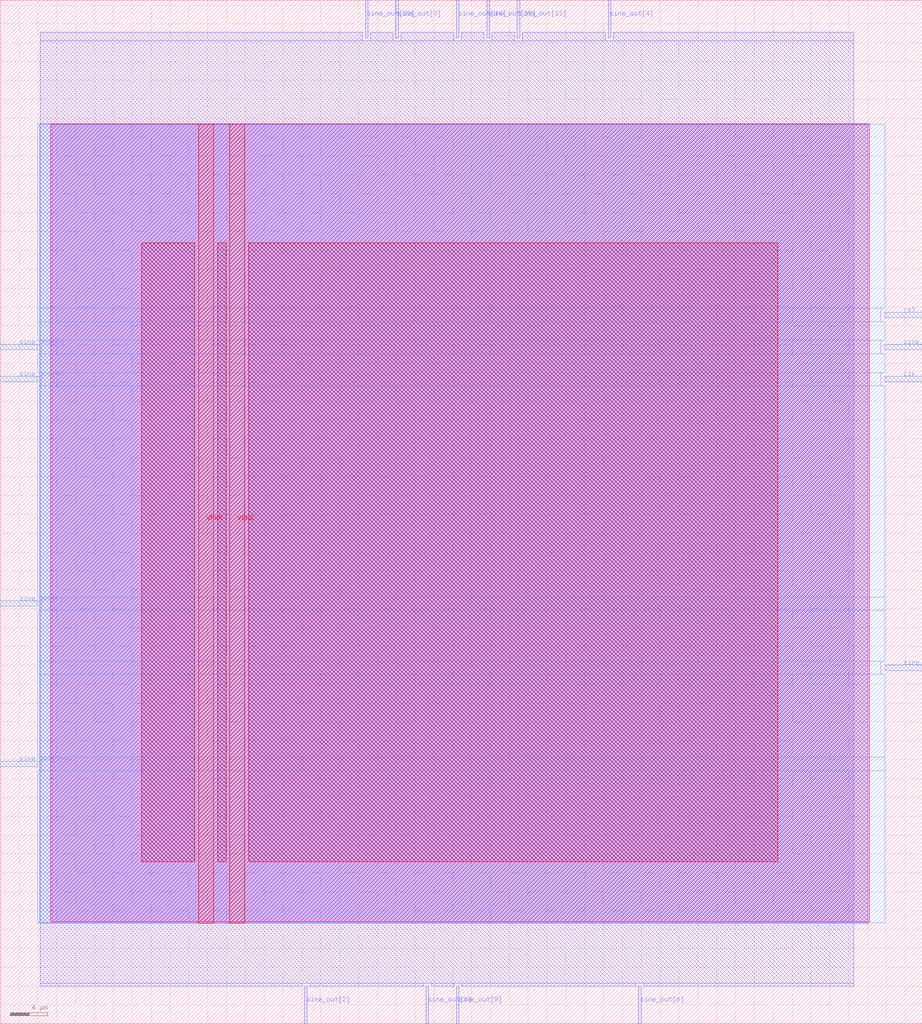
<source format=lef>
VERSION 5.7 ;
  NOWIREEXTENSIONATPIN ON ;
  DIVIDERCHAR "/" ;
  BUSBITCHARS "[]" ;
MACRO counter_8bit
  CLASS BLOCK ;
  FOREIGN counter_8bit ;
  ORIGIN 0.000 0.000 ;
  SIZE 97.800 BY 108.520 ;
  PIN VGND
    DIRECTION INOUT ;
    USE GROUND ;
    PORT
      LAYER met4 ;
        RECT 24.340 10.640 25.940 95.440 ;
    END
  END VGND
  PIN VPWR
    DIRECTION INOUT ;
    USE POWER ;
    PORT
      LAYER met4 ;
        RECT 21.040 10.640 22.640 95.440 ;
    END
  END VPWR
  PIN clk
    DIRECTION INPUT ;
    USE SIGNAL ;
    ANTENNAGATEAREA 0.852000 ;
    PORT
      LAYER met3 ;
        RECT 93.800 68.040 97.800 68.640 ;
    END
  END clk
  PIN rst
    DIRECTION INPUT ;
    USE SIGNAL ;
    ANTENNAGATEAREA 0.213000 ;
    PORT
      LAYER met3 ;
        RECT 93.800 74.840 97.800 75.440 ;
    END
  END rst
  PIN sine_out[0]
    DIRECTION OUTPUT ;
    USE SIGNAL ;
    ANTENNADIFFAREA 0.445500 ;
    PORT
      LAYER met2 ;
        RECT 41.950 104.520 42.230 108.520 ;
    END
  END sine_out[0]
  PIN sine_out[10]
    DIRECTION OUTPUT ;
    USE SIGNAL ;
    ANTENNADIFFAREA 0.445500 ;
    PORT
      LAYER met3 ;
        RECT 0.000 27.240 4.000 27.840 ;
    END
  END sine_out[10]
  PIN sine_out[11]
    DIRECTION OUTPUT ;
    USE SIGNAL ;
    ANTENNADIFFAREA 0.445500 ;
    PORT
      LAYER met3 ;
        RECT 93.800 71.440 97.800 72.040 ;
    END
  END sine_out[11]
  PIN sine_out[12]
    DIRECTION OUTPUT ;
    USE SIGNAL ;
    ANTENNADIFFAREA 0.445500 ;
    PORT
      LAYER met2 ;
        RECT 38.730 104.520 39.010 108.520 ;
    END
  END sine_out[12]
  PIN sine_out[13]
    DIRECTION OUTPUT ;
    USE SIGNAL ;
    ANTENNADIFFAREA 0.445500 ;
    PORT
      LAYER met2 ;
        RECT 54.830 104.520 55.110 108.520 ;
    END
  END sine_out[13]
  PIN sine_out[14]
    DIRECTION OUTPUT ;
    USE SIGNAL ;
    ANTENNADIFFAREA 0.445500 ;
    PORT
      LAYER met2 ;
        RECT 48.390 104.520 48.670 108.520 ;
    END
  END sine_out[14]
  PIN sine_out[15]
    DIRECTION OUTPUT ;
    USE SIGNAL ;
    ANTENNADIFFAREA 0.445500 ;
    PORT
      LAYER met2 ;
        RECT 51.610 104.520 51.890 108.520 ;
    END
  END sine_out[15]
  PIN sine_out[1]
    DIRECTION OUTPUT ;
    USE SIGNAL ;
    ANTENNADIFFAREA 0.445500 ;
    PORT
      LAYER met2 ;
        RECT 45.170 0.000 45.450 4.000 ;
    END
  END sine_out[1]
  PIN sine_out[2]
    DIRECTION OUTPUT ;
    USE SIGNAL ;
    ANTENNADIFFAREA 0.445500 ;
    PORT
      LAYER met2 ;
        RECT 32.290 0.000 32.570 4.000 ;
    END
  END sine_out[2]
  PIN sine_out[3]
    DIRECTION OUTPUT ;
    USE SIGNAL ;
    ANTENNADIFFAREA 0.445500 ;
    PORT
      LAYER met3 ;
        RECT 93.800 37.440 97.800 38.040 ;
    END
  END sine_out[3]
  PIN sine_out[4]
    DIRECTION OUTPUT ;
    USE SIGNAL ;
    ANTENNADIFFAREA 0.445500 ;
    PORT
      LAYER met2 ;
        RECT 64.490 104.520 64.770 108.520 ;
    END
  END sine_out[4]
  PIN sine_out[5]
    DIRECTION OUTPUT ;
    USE SIGNAL ;
    ANTENNADIFFAREA 0.445500 ;
    PORT
      LAYER met3 ;
        RECT 0.000 68.040 4.000 68.640 ;
    END
  END sine_out[5]
  PIN sine_out[6]
    DIRECTION OUTPUT ;
    USE SIGNAL ;
    ANTENNADIFFAREA 0.445500 ;
    PORT
      LAYER met2 ;
        RECT 67.710 0.000 67.990 4.000 ;
    END
  END sine_out[6]
  PIN sine_out[7]
    DIRECTION OUTPUT ;
    USE SIGNAL ;
    ANTENNADIFFAREA 0.445500 ;
    PORT
      LAYER met3 ;
        RECT 0.000 71.440 4.000 72.040 ;
    END
  END sine_out[7]
  PIN sine_out[8]
    DIRECTION OUTPUT ;
    USE SIGNAL ;
    ANTENNADIFFAREA 0.445500 ;
    PORT
      LAYER met3 ;
        RECT 0.000 44.240 4.000 44.840 ;
    END
  END sine_out[8]
  PIN sine_out[9]
    DIRECTION OUTPUT ;
    USE SIGNAL ;
    ANTENNADIFFAREA 0.445500 ;
    PORT
      LAYER met2 ;
        RECT 48.390 0.000 48.670 4.000 ;
    END
  END sine_out[9]
  OBS
      LAYER nwell ;
        RECT 5.330 10.795 92.190 95.390 ;
      LAYER li1 ;
        RECT 5.520 10.795 92.000 95.285 ;
      LAYER met1 ;
        RECT 4.210 10.640 92.000 95.440 ;
      LAYER met2 ;
        RECT 4.230 104.240 38.450 105.130 ;
        RECT 39.290 104.240 41.670 105.130 ;
        RECT 42.510 104.240 48.110 105.130 ;
        RECT 48.950 104.240 51.330 105.130 ;
        RECT 52.170 104.240 54.550 105.130 ;
        RECT 55.390 104.240 64.210 105.130 ;
        RECT 65.050 104.240 90.530 105.130 ;
        RECT 4.230 4.280 90.530 104.240 ;
        RECT 4.230 4.000 32.010 4.280 ;
        RECT 32.850 4.000 44.890 4.280 ;
        RECT 45.730 4.000 48.110 4.280 ;
        RECT 48.950 4.000 67.430 4.280 ;
        RECT 68.270 4.000 90.530 4.280 ;
      LAYER met3 ;
        RECT 3.990 75.840 93.800 95.365 ;
        RECT 3.990 74.440 93.400 75.840 ;
        RECT 3.990 72.440 93.800 74.440 ;
        RECT 4.400 71.040 93.400 72.440 ;
        RECT 3.990 69.040 93.800 71.040 ;
        RECT 4.400 67.640 93.400 69.040 ;
        RECT 3.990 45.240 93.800 67.640 ;
        RECT 4.400 43.840 93.800 45.240 ;
        RECT 3.990 38.440 93.800 43.840 ;
        RECT 3.990 37.040 93.400 38.440 ;
        RECT 3.990 28.240 93.800 37.040 ;
        RECT 4.400 26.840 93.800 28.240 ;
        RECT 3.990 10.715 93.800 26.840 ;
      LAYER met4 ;
        RECT 15.015 17.175 20.640 82.785 ;
        RECT 23.040 17.175 23.940 82.785 ;
        RECT 26.340 17.175 82.505 82.785 ;
  END
END counter_8bit
END LIBRARY


</source>
